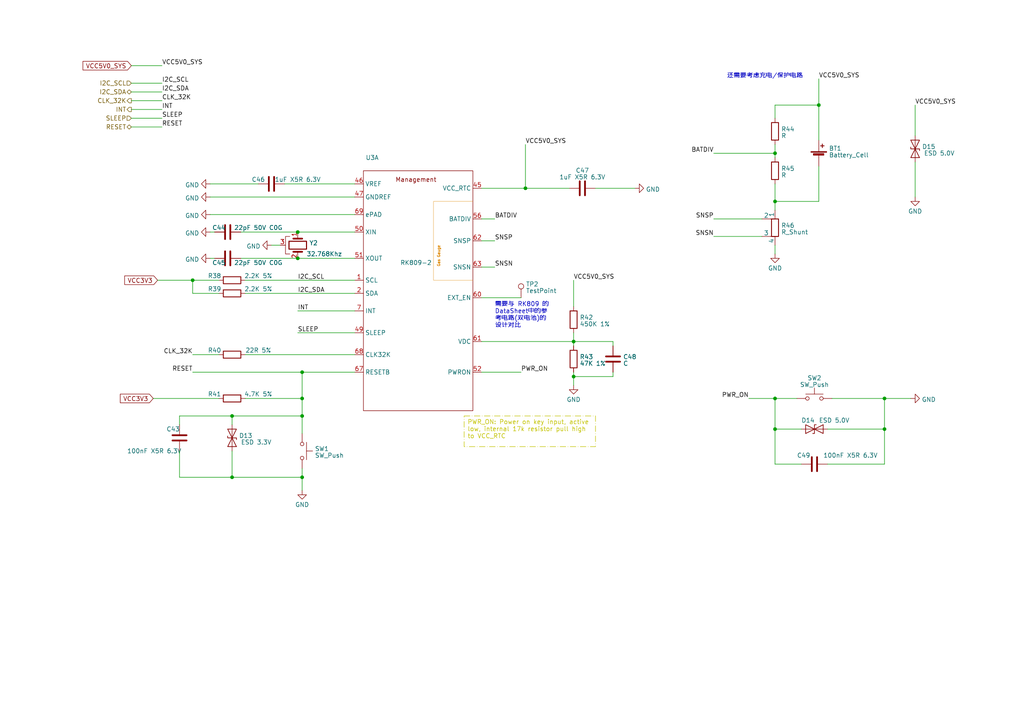
<source format=kicad_sch>
(kicad_sch (version 20230121) (generator eeschema)
  (paper "A4")
  (title_block (title "Leaf RV1126 RK809 Management") (date "2023-02-25") (rev "1") (company "Qingdao IotPi Information Technology"))
  (lib_symbols
    (symbol "CPU_Rockchip:RK809"
      (property "Reference" "U" (at -13.97 29.21 0))
      (property "Value" "RK809" (at 0 1.27 0))
      (symbol "RK809_1_1"
        (rectangle (start -15.24 26.67) (end 16.51 -42.926))
        (polyline (pts (xy 16.51 17.78) (xy 5.08 17.78) (xy 5.08 -5.08) (xy 16.51 -5.08)) (stroke (width 0.0508) (color 221 133 0 1)))
        (text "Gas Gauge" (at 6.604 2.032 900) (effects (font (size 0.762 0.762))))
        (text "Management" (at 0 24.13 0) (effects (font (size 1.27 1.27))))
        (pin input line (at -17.78 -5.08 0) (length 2.54) (name "SCL") (number "1"))
        (pin bidirectional line (at -17.78 -8.89 0) (length 2.54) (name "SDA") (number "2"))
        (pin power_in line (at 19.05 21.59 180) (length 2.54) (name "VCC_RTC") (number "45"))
        (pin power_in line (at -17.78 22.86 0) (length 2.54) (name "VREF") (number "46"))
        (pin power_in line (at -17.78 19.05 0) (length 2.54) (name "GNDREF") (number "47"))
        (pin input line (at -17.78 -20.32 0) (length 2.54) (name "SLEEP") (number "49"))
        (pin input line (at -17.78 8.89 0) (length 2.54) (name "XIN") (number "50"))
        (pin output line (at -17.78 1.27 0) (length 2.54) (name "XOUT") (number "51"))
        (pin input line (at 19.05 -31.75 180) (length 2.54) (name "PWRON") (number "52"))
        (pin input line (at 19.05 12.7 180) (length 2.54) (name "BATDIV") (number "56"))
        (pin input line (at 19.05 -10.16 180) (length 2.54) (name "EXT_EN") (number "60"))
        (pin input line (at 19.05 -22.86 180) (length 2.54) (name "VDC") (number "61"))
        (pin input line (at 19.05 6.35 180) (length 2.54) (name "SNSP") (number "62"))
        (pin input line (at 19.05 -1.27 180) (length 2.54) (name "SNSN") (number "63"))
        (pin bidirectional line (at -17.78 -31.75 0) (length 2.54) (name "RESETB") (number "67"))
        (pin output line (at -17.78 -26.67 0) (length 2.54) (name "CLK32K") (number "68"))
        (pin power_in line (at -17.78 13.97 0) (length 2.54) (name "ePAD") (number "69"))
        (pin output line (at -17.78 -13.97 0) (length 2.54) (name "INT") (number "7"))
      )
      (symbol "RK809_2_1"
        (rectangle (start -10.16 33.02) (end 20.32 -48.895))
        (polyline (pts (xy 5.08 -45.72) (xy -3.81 -45.72)) (stroke (width 0.0508) (color 221 133 0 1)))
        (polyline (pts (xy 5.08 -29.845) (xy -3.175 -29.845)) (stroke (width 0.0508) (color 221 133 0 1)))
        (polyline (pts (xy 6.35 -12.7) (xy -3.81 -12.7)) (stroke (width 0.0508) (color 221 133 0 1)))
        (polyline (pts (xy 6.35 7.62) (xy -3.81 7.62)) (stroke (width 0.0508) (color 221 133 0 1)))
        (polyline (pts (xy 6.35 25.4) (xy -3.81 25.4)) (stroke (width 0.0508) (color 221 133 0 1)))
        (polyline (pts (xy 5.08 -36.83) (xy 1.27 -36.83) (xy 1.27 -45.72)) (stroke (width 0.0508) (color 221 133 0 1)))
        (polyline (pts (xy 6.35 -24.13) (xy 1.27 -24.13) (xy 1.27 -19.05)) (stroke (width 0.0508) (color 221 133 0 1)))
        (polyline (pts (xy 6.35 -19.05) (xy 1.27 -19.05) (xy 1.27 -12.7)) (stroke (width 0.0508) (color 221 133 0 1)))
        (polyline (pts (xy 6.35 -3.81) (xy 1.27 -3.81) (xy 1.27 1.27)) (stroke (width 0.0508) (color 221 133 0 1)))
        (polyline (pts (xy 6.35 1.27) (xy 1.27 1.27) (xy 1.27 7.62)) (stroke (width 0.0508) (color 221 133 0 1)))
        (polyline (pts (xy 6.35 15.24) (xy 1.27 15.24) (xy 1.27 20.32)) (stroke (width 0.0508) (color 221 133 0 1)))
        (polyline (pts (xy 6.35 20.32) (xy 1.27 20.32) (xy 1.27 25.4)) (stroke (width 0.0508) (color 221 133 0 1)))
        (rectangle (start 5.08 -40.64) (end 20.32 -48.514) (stroke (width 0.0508) (color 221 133 0 1)))
        (rectangle (start 5.08 -34.29) (end 20.32 -38.1) (stroke (width 0.0508) (color 221 133 0 1)))
        (rectangle (start 5.08 -27.94) (end 20.955 -31.75) (stroke (width 0.0508) (color 221 133 0 1)))
        (rectangle (start 6.35 -21.59) (end 20.32 -25.4) (stroke (width 0.0508) (color 221 133 0 1)))
        (rectangle (start 6.35 -16.51) (end 20.32 -20.32) (stroke (width 0.0508) (color 221 133 0 1)))
        (rectangle (start 6.35 -10.16) (end 20.32 -13.97) (stroke (width 0.0508) (color 221 133 0 1)))
        (rectangle (start 6.35 -2.54) (end 20.32 -6.35) (stroke (width 0.0508) (color 221 133 0 1)))
        (rectangle (start 6.35 3.81) (end 20.32 0) (stroke (width 0.0508) (color 221 133 0 1)))
        (rectangle (start 6.35 10.16) (end 20.32 6.35) (stroke (width 0.0508) (color 221 133 0 1)))
        (rectangle (start 6.35 17.78) (end 20.447 13.97) (stroke (width 0.0508) (color 221 133 0 1)))
        (rectangle (start 6.35 22.86) (end 20.447 19.05) (stroke (width 0.0508) (color 221 133 0 1)))
        (rectangle (start 6.35 27.94) (end 20.447 24.13) (stroke (width 0.0508) (color 221 133 0 1)))
        (text "100mA" (at 11.43 15.24 0) (effects (font (size 1.27 1.27))))
        (text "2.1A" (at 8.89 -36.83 0) (effects (font (size 1.27 1.27))))
        (text "2.1A" (at 8.89 -30.48 0) (effects (font (size 1.27 1.27))))
        (text "400mA" (at 11.43 -24.13 0) (effects (font (size 1.27 1.27))))
        (text "400mA" (at 11.43 -19.05 0) (effects (font (size 1.27 1.27))))
        (text "400mA" (at 11.43 -12.7 0) (effects (font (size 1.27 1.27))))
        (text "400mA" (at 11.43 -5.08 0) (effects (font (size 1.27 1.27))))
        (text "400mA" (at 11.43 1.27 0) (effects (font (size 1.27 1.27))))
        (text "400mA" (at 11.43 7.62 0) (effects (font (size 1.27 1.27))))
        (text "400mA" (at 11.43 20.32 0) (effects (font (size 1.27 1.27))))
        (text "400mA" (at 11.43 25.4 0) (effects (font (size 1.27 1.27))))
        (text "400mA LDO: \n400mA@V_{in} > 3V\n200mA@V_{in} > 2V" (at -3.175 29.845 0) (effects (font (size 0.762 0.762))))
        (text "BUCK5\n1.5V-3.6V\n2.5A" (at 5.842 -43.434 0) (effects (font (size 0.762 0.762)) (justify left)))
        (text "Codec V_{ddio}" (at 13.97 8.89 0) (effects (font (size 0.762 0.762))))
        (text "LDO" (at 6.096 30.48 0) (effects (font (size 1.27 1.27))))
        (text "Low noise" (at 13.97 16.51 0) (effects (font (size 0.762 0.762))))
        (text "VCC8/9\n2.7V-5.5V" (at -7.874 -35.814 0) (effects (font (size 0.762 0.762)) (justify left)))
        (pin power_out line (at 22.86 15.24 180) (length 2.54) (name "LDO3") (number "20"))
        (pin power_out line (at 22.86 20.32 180) (length 2.54) (name "LDO2") (number "21"))
        (pin power_in line (at -12.7 25.4 0) (length 2.54) (name "VCC5") (number "22"))
        (pin power_out line (at 22.86 25.4 180) (length 2.54) (name "LDO1") (number "23"))
        (pin power_out line (at 22.86 7.62 180) (length 2.54) (name "LDO4") (number "28"))
        (pin power_out line (at 22.86 1.27 180) (length 2.54) (name "LDO5") (number "29"))
        (pin power_out line (at 22.86 -12.7 180) (length 2.54) (name "LDO7") (number "3"))
        (pin power_in line (at -12.7 7.62 0) (length 2.54) (name "VCC6") (number "30"))
        (pin power_out line (at 22.86 -5.08 180) (length 2.54) (name "LDO6") (number "31"))
        (pin power_in line (at -12.7 -12.7 0) (length 2.54) (name "VCC7") (number "4"))
        (pin power_out line (at 22.86 -19.05 180) (length 2.54) (name "LDO8") (number "5"))
        (pin output line (at 22.86 -43.18 180) (length 2.54) (name "SW5") (number "53"))
        (pin power_in line (at -12.7 -45.72 0) (length 2.54) (name "VCC9") (number "54"))
        (pin output line (at 22.86 -36.83 180) (length 2.54) (name "SWOUT1") (number "55"))
        (pin power_in line (at -12.7 -30.48 0) (length 2.54) (name "VCC8") (number "57"))
        (pin output line (at 23.495 -30.48 180) (length 2.54) (name "SWOUT2") (number "58"))
        (pin input line (at 22.86 -46.99 180) (length 2.54) (name "FB5") (number "59"))
        (pin power_out line (at 22.86 -24.13 180) (length 2.54) (name "LDO9") (number "6"))
      )
      (symbol "RK809_3_1"
        (rectangle (start -14.224 10.16) (end 15.494 -14.732))
        (polyline (pts (xy -14.224 -1.524) (xy 15.748 -1.524)) (stroke (width 0.0508) (color 221 133 0 1)))
        (polyline (pts (xy 0 10.16) (xy 0 -14.732)) (stroke (width 0.0508) (color 221 133 0 1)))
        (text "BUCK1\n2.5A\n0.5-2.4V" (at -6.35 4.318 0) (effects (font (size 0.762 0.762)) (justify left)))
        (text "BUCK2\n2.5A\n0.5-2.4V" (at -6.096 -7.874 0) (effects (font (size 0.762 0.762)) (justify left)))
        (text "BUCK3\n1.5A\n0.5-2.4V\nFB3=0.8V" (at 1.524 -8.382 0) (effects (font (size 0.762 0.762)) (justify left)))
        (text "BUCK4\n1.5A\n0.5-3.4V" (at 1.524 4.572 0) (effects (font (size 0.762 0.762)) (justify left)))
        (text "DCDC" (at 0 8.636 0) (effects (font (size 1.27 1.27))))
        (pin power_in line (at -16.764 -4.318 0) (length 2.54) (name "VCC2") (number "10"))
        (pin power_in line (at -16.764 6.35 0) (length 2.54) (name "VCC1") (number "11"))
        (pin output line (at -16.764 3.81 0) (length 2.54) (name "SW1") (number "12"))
        (pin input line (at -16.764 1.27 0) (length 2.54) (name "FB1") (number "13"))
        (pin power_in line (at 18.034 -4.318 180) (length 2.54) (name "VCC3") (number "24"))
        (pin output line (at 18.034 -6.858 180) (length 2.54) (name "SW3") (number "25"))
        (pin output line (at 18.034 -9.398 180) (length 2.54) (name "VBUCK3") (number "26"))
        (pin input line (at 18.034 -11.938 180) (length 2.54) (name "FB3") (number "27"))
        (pin input line (at 18.034 1.27 180) (length 2.54) (name "FB4") (number "64"))
        (pin output line (at 18.034 3.81 180) (length 2.54) (name "SW4") (number "65"))
        (pin power_in line (at 18.034 6.35 180) (length 2.54) (name "VCC4") (number "66"))
        (pin input line (at -16.764 -9.398 0) (length 2.54) (name "FB2") (number "8"))
        (pin output line (at -16.764 -6.858 0) (length 2.54) (name "SW2") (number "9"))
      )
      (symbol "RK809_4_1"
        (rectangle (start -18.288 28.702) (end 19.812 -28.194))
        (polyline (pts (xy 2.032 5.08) (xy 2.032 -12.192) (xy 6.858 -12.192)) (stroke (width 0.0508) (color 221 133 0 1)))
        (polyline (pts (xy -18.288 -5.842) (xy -3.556 -5.842) (xy -3.556 -26.162) (xy -18.288 -26.162)) (stroke (width 0.0508) (color 221 133 0 1)))
        (polyline (pts (xy -18.288 3.048) (xy -3.556 3.048) (xy -3.556 -3.302) (xy -18.288 -3.302)) (stroke (width 0.0508) (color 221 133 0 1)))
        (polyline (pts (xy -18.288 27.432) (xy -3.556 27.432) (xy -3.556 5.588) (xy -18.288 5.588)) (stroke (width 0) (color 255 153 0 1)))
        (polyline (pts (xy -3.556 0) (xy -0.508 0) (xy -0.508 -15.748) (xy -3.556 -15.748)) (stroke (width 0.0508) (color 221 133 0 1)))
        (polyline (pts (xy 19.558 -6.858) (xy 6.858 -6.858) (xy 6.858 -17.78) (xy 19.558 -17.78)) (stroke (width 0.0508) (color 221 133 0 1)))
        (polyline (pts (xy 19.812 10.922) (xy 7.112 10.922) (xy 7.112 0) (xy 19.812 0)) (stroke (width 0.0508) (color 221 133 0 1)))
        (polyline (pts (xy 19.812 27.432) (xy 7.112 27.432) (xy 7.112 13.208) (xy 19.812 13.208)) (stroke (width 0.0508) (color 221 133 0 1)))
        (polyline (pts (xy 7.112 20.828) (xy 2.032 20.828) (xy 2.032 5.08) (xy 7.112 5.08) (xy 6.858 5.08)) (stroke (width 0.0508) (color 221 133 0 1)))
        (text "CODEC" (at 1.27 25.654 0) (effects (font (size 1.27 1.27))))
        (text "LDO4 Powered" (at -5.334 -13.462 900) (effects (font (size 0.762 0.762))))
        (pin input line (at -20.828 -14.478 0) (length 2.54) (name "LRCLK") (number "14"))
        (pin input line (at -20.828 -11.684 0) (length 2.54) (name "BCLK") (number "15"))
        (pin input line (at -20.828 -8.89 0) (length 2.54) (name "MCLK") (number "16"))
        (pin input line (at -20.828 -17.272 0) (length 2.54) (name "SDI") (number "17"))
        (pin output line (at -20.828 -20.066 0) (length 2.54) (name "SDO/PDMDATA") (number "18"))
        (pin input line (at -20.828 -23.114 0) (length 2.54) (name "PDMCLK") (number "19"))
        (pin output line (at 22.352 2.54 180) (length 2.54) (name "SPKP_OUT") (number "32"))
        (pin power_in line (at -20.828 24.638 0) (length 2.54) (name "VCC_SKP_HP") (number "33"))
        (pin output line (at 22.352 7.62 180) (length 2.54) (name "SPKN_OUT") (number "34"))
        (pin power_in line (at -20.828 7.62 0) (length 2.54) (name "VCC_CPVSS") (number "35"))
        (pin output line (at -20.828 19.812 0) (length 2.54) (name "CPN") (number "36"))
        (pin output line (at -20.828 16.002 0) (length 2.54) (name "CPP") (number "37"))
        (pin power_in line (at -20.828 10.922 0) (length 2.54) (name "VCC_CPVDD") (number "38"))
        (pin output line (at 22.352 15.748 180) (length 2.54) (name "HPL_OUT") (number "39"))
        (pin power_in line (at 22.352 20.574 180) (length 2.54) (name "HP_SNS") (number "40"))
        (pin output line (at 22.352 24.892 180) (length 2.54) (name "HPR_OUT") (number "41"))
        (pin input line (at 22.352 -13.716 180) (length 2.54) (name "MICIN") (number "42"))
        (pin input line (at 22.352 -11.176 180) (length 2.54) (name "MICIP") (number "43"))
        (pin power_in line (at -20.828 -1.778 0) (length 2.54) (name "VCC_1P8A") (number "44"))
        (pin power_in line (at -20.828 1.524 0) (length 2.54) (name "VCC_1P8D") (number "48"))
      )
    )
    (symbol "Connector:TestPoint" (pin_numbers hide) (pin_names (offset 0.762) hide)
      (property "Reference" "TP" (at 0 6.858 0))
      (property "Value" "TestPoint" (at 0 5.08 0))
      (symbol "TestPoint_0_1"
        (circle (center 0 3.302) (radius 0.762))
      )
      (symbol "TestPoint_1_1"
        (pin passive line (at 0 0 90) (length 2.54) (name "1") (number "1"))
      )
    )
    (symbol "Device:Battery_Cell" (pin_numbers hide) (pin_names (offset 0) hide)
      (property "Reference" "BT" (at 2.54 2.54 0))
      (property "Value" "Battery_Cell" (at 2.54 0 0))
      (symbol "Battery_Cell_0_1"
        (rectangle (start -2.286 1.778) (end 2.286 1.524) (fill (type outline)))
        (rectangle (start -1.5748 1.1938) (end 1.4732 0.6858) (fill (type outline)))
        (polyline (pts (xy 0 0.762) (xy 0 0)))
        (polyline (pts (xy 0 1.778) (xy 0 2.54)))
        (polyline (pts (xy 0.508 3.429) (xy 1.524 3.429)) (stroke (width 0.254)))
        (polyline (pts (xy 1.016 3.937) (xy 1.016 2.921)) (stroke (width 0.254)))
      )
      (symbol "Battery_Cell_1_1"
        (pin passive line (at 0 5.08 270) (length 2.54) (name "+") (number "1"))
        (pin passive line (at 0 -2.54 90) (length 2.54) (name "-") (number "2"))
      )
    )
    (symbol "Device:C" (pin_numbers hide) (pin_names (offset 0.254))
      (property "Reference" "C" (at 0.635 2.54 0))
      (property "Value" "C" (at 0.635 -2.54 0))
      (symbol "C_0_1"
        (polyline (pts (xy -2.032 -0.762) (xy 2.032 -0.762)) (stroke (width 0.508)))
        (polyline (pts (xy -2.032 0.762) (xy 2.032 0.762)) (stroke (width 0.508)))
      )
      (symbol "C_1_1"
        (pin passive line (at 0 3.81 270) (length 2.794) (name "~") (number "1"))
        (pin passive line (at 0 -3.81 90) (length 2.794) (name "~") (number "2"))
      )
    )
    (symbol "Device:Crystal_GND3" (pin_names (offset 1.016) hide)
      (property "Reference" "Y" (at 0 5.715 0))
      (property "Value" "Crystal_GND3" (at 0 3.81 0))
      (symbol "Crystal_GND3_0_1"
        (rectangle (start -1.143 2.54) (end 1.143 -2.54) (stroke (width 0.3048)))
        (polyline (pts (xy -2.54 0) (xy -1.905 0)))
        (polyline (pts (xy -1.905 -1.27) (xy -1.905 1.27)) (stroke (width 0.508)))
        (polyline (pts (xy 0 -3.81) (xy 0 -3.556)))
        (polyline (pts (xy 1.905 0) (xy 2.54 0)))
        (polyline (pts (xy 1.905 1.27) (xy 1.905 -1.27)) (stroke (width 0.508)))
        (polyline (pts (xy -2.54 -2.286) (xy -2.54 -3.556) (xy 2.54 -3.556) (xy 2.54 -2.286)))
      )
      (symbol "Crystal_GND3_1_1"
        (pin passive line (at -3.81 0 0) (length 1.27) (name "1") (number "1"))
        (pin passive line (at 3.81 0 180) (length 1.27) (name "2") (number "2"))
        (pin passive line (at 0 -5.08 90) (length 1.27) (name "3") (number "3"))
      )
    )
    (symbol "Device:R" (pin_numbers hide) (pin_names (offset 0))
      (property "Reference" "R" (at 2.032 0 90))
      (property "Value" "R" (at 0 0 90))
      (symbol "R_0_1"
        (rectangle (start -1.016 -2.54) (end 1.016 2.54) (stroke (width 0.254)))
      )
      (symbol "R_1_1"
        (pin passive line (at 0 3.81 270) (length 1.27) (name "~") (number "1"))
        (pin passive line (at 0 -3.81 90) (length 1.27) (name "~") (number "2"))
      )
    )
    (symbol "Device:R_Shunt" (pin_numbers hide) (pin_names (offset 0))
      (property "Reference" "R" (at -4.445 0 90))
      (property "Value" "R_Shunt" (at -2.54 0 90))
      (symbol "R_Shunt_0_1"
        (rectangle (start -1.016 -2.54) (end 1.016 2.54) (stroke (width 0.254)))
        (polyline (pts (xy 0 -2.54) (xy 1.27 -2.54)))
        (polyline (pts (xy 1.27 2.54) (xy 0 2.54)))
      )
      (symbol "R_Shunt_1_1"
        (pin passive line (at 0 5.08 270) (length 2.54) (name "1") (number "1"))
        (pin passive line (at 3.81 2.54 180) (length 2.54) (name "2") (number "2"))
        (pin passive line (at 3.81 -2.54 180) (length 2.54) (name "3") (number "3"))
        (pin passive line (at 0 -5.08 90) (length 2.54) (name "4") (number "4"))
      )
    )
    (symbol "Diode:SZESD9B5.0ST5G" (pin_numbers hide) (pin_names (offset 1.016) hide)
      (property "Reference" "D" (at 0 2.54 0))
      (property "Value" "SZESD9B5.0ST5G" (at 0 -2.54 0))
      (symbol "SZESD9B5.0ST5G_0_1"
        (polyline (pts (xy 1.27 0) (xy -1.27 0)))
        (polyline (pts (xy -2.54 -1.27) (xy 0 0) (xy -2.54 1.27) (xy -2.54 -1.27)) (stroke (width 0.2032)))
        (polyline (pts (xy 0.508 1.27) (xy 0 1.27) (xy 0 -1.27) (xy -0.508 -1.27)) (stroke (width 0.2032)))
        (polyline (pts (xy 2.54 1.27) (xy 2.54 -1.27) (xy 0 0) (xy 2.54 1.27)) (stroke (width 0.2032)))
      )
      (symbol "SZESD9B5.0ST5G_1_1"
        (pin passive line (at -3.81 0 0) (length 2.54) (name "A1") (number "1"))
        (pin passive line (at 3.81 0 180) (length 2.54) (name "A2") (number "2"))
      )
    )
    (symbol "Switch:SW_Push" (pin_numbers hide) (pin_names (offset 1.016) hide)
      (property "Reference" "SW" (at 1.27 2.54 0))
      (property "Value" "SW_Push" (at 0 -1.524 0))
      (symbol "SW_Push_0_1"
        (circle (center -2.032 0) (radius 0.508))
        (polyline (pts (xy 0 1.27) (xy 0 3.048)))
        (polyline (pts (xy 2.54 1.27) (xy -2.54 1.27)))
        (circle (center 2.032 0) (radius 0.508))
        (pin passive line (at -5.08 0 0) (length 2.54) (name "1") (number "1"))
        (pin passive line (at 5.08 0 180) (length 2.54) (name "2") (number "2"))
      )
    )
    (symbol "power:GND" (power) (pin_names (offset 0))
      (property "Value" "GND" (at 0 -3.81 0))
      (symbol "GND_0_1"
        (polyline (pts (xy 0 0) (xy 0 -1.27) (xy 1.27 -1.27) (xy 0 -2.54) (xy -1.27 -1.27) (xy 0 -1.27)))
      )
      (symbol "GND_1_1"
        (pin power_in line (at 0 0 270) (length 0) hide (name "GND") (number "1"))
      )
    )
  )
  (junction (at 86.36 67.31))
  (junction (at 256.54 115.57))
  (junction (at 87.63 115.57))
  (junction (at 224.79 44.45))
  (junction (at 166.37 99.06))
  (junction (at 67.31 120.65))
  (junction (at 86.36 74.93))
  (junction (at 152.4 54.61))
  (junction (at 67.31 138.43))
  (junction (at 87.63 107.95))
  (junction (at 224.79 124.46))
  (junction (at 87.63 138.43))
  (junction (at 55.88 81.28))
  (junction (at 237.49 30.48))
  (junction (at 224.79 115.57))
  (junction (at 256.54 124.46))
  (junction (at 166.37 109.22))
  (junction (at 224.79 58.42))
  (junction (at 87.63 120.65))
  (wire (pts (xy 207.01 68.58) (xy 220.98 68.58)))
  (wire (pts (xy 177.8 99.06) (xy 177.8 100.33)))
  (wire (pts (xy 237.49 58.42) (xy 224.79 58.42)))
  (wire (pts (xy 224.79 44.45) (xy 224.79 45.72)))
  (wire (pts (xy 69.85 74.93) (xy 86.36 74.93)))
  (wire (pts (xy 44.45 115.57) (xy 63.5 115.57)))
  (wire (pts (xy 69.85 67.31) (xy 86.36 67.31)))
  (wire (pts (xy 241.3 115.57) (xy 256.54 115.57)))
  (wire (pts (xy 86.36 67.31) (xy 102.87 67.31)))
  (wire (pts (xy 38.1 34.29) (xy 46.99 34.29)))
  (wire (pts (xy 152.4 41.91) (xy 152.4 54.61)))
  (wire (pts (xy 232.41 124.46) (xy 224.79 124.46)))
  (wire (pts (xy 67.31 130.81) (xy 67.31 138.43)))
  (wire (pts (xy 224.79 115.57) (xy 231.14 115.57)))
  (wire (pts (xy 166.37 96.52) (xy 166.37 99.06)))
  (wire (pts (xy 87.63 120.65) (xy 87.63 125.73)))
  (wire (pts (xy 256.54 124.46) (xy 256.54 115.57)))
  (wire (pts (xy 55.88 85.09) (xy 63.5 85.09)))
  (wire (pts (xy 60.96 53.34) (xy 74.93 53.34)))
  (wire (pts (xy 237.49 22.86) (xy 237.49 30.48)))
  (wire (pts (xy 139.7 63.5) (xy 143.51 63.5)))
  (wire (pts (xy 45.72 81.28) (xy 55.88 81.28)))
  (wire (pts (xy 265.43 30.48) (xy 265.43 39.37)))
  (wire (pts (xy 207.01 63.5) (xy 220.98 63.5)))
  (wire (pts (xy 52.07 130.81) (xy 52.07 138.43)))
  (wire (pts (xy 139.7 69.85) (xy 143.51 69.85)))
  (wire (pts (xy 139.7 86.36) (xy 151.13 86.36)))
  (wire (pts (xy 86.36 74.93) (xy 102.87 74.93)))
  (wire (pts (xy 60.96 57.15) (xy 102.87 57.15)))
  (wire (pts (xy 67.31 120.65) (xy 67.31 123.19)))
  (wire (pts (xy 240.03 124.46) (xy 256.54 124.46)))
  (wire (pts (xy 237.49 48.26) (xy 237.49 58.42)))
  (wire (pts (xy 224.79 53.34) (xy 224.79 58.42)))
  (wire (pts (xy 139.7 77.47) (xy 143.51 77.47)))
  (wire (pts (xy 224.79 58.42) (xy 224.79 60.96)))
  (wire (pts (xy 237.49 30.48) (xy 237.49 40.64)))
  (wire (pts (xy 38.1 29.21) (xy 46.99 29.21)))
  (wire (pts (xy 177.8 99.06) (xy 166.37 99.06)))
  (wire (pts (xy 87.63 138.43) (xy 87.63 142.24)))
  (wire (pts (xy 87.63 115.57) (xy 87.63 120.65)))
  (wire (pts (xy 38.1 19.05) (xy 46.99 19.05)))
  (wire (pts (xy 166.37 81.28) (xy 166.37 88.9)))
  (wire (pts (xy 52.07 138.43) (xy 67.31 138.43)))
  (wire (pts (xy 177.8 109.22) (xy 177.8 107.95)))
  (wire (pts (xy 166.37 109.22) (xy 166.37 111.76)))
  (wire (pts (xy 55.88 102.87) (xy 63.5 102.87)))
  (wire (pts (xy 87.63 120.65) (xy 67.31 120.65)))
  (wire (pts (xy 240.03 134.62) (xy 256.54 134.62)))
  (wire (pts (xy 60.96 67.31) (xy 62.23 67.31)))
  (wire (pts (xy 139.7 107.95) (xy 151.13 107.95)))
  (wire (pts (xy 55.88 81.28) (xy 63.5 81.28)))
  (wire (pts (xy 224.79 30.48) (xy 237.49 30.48)))
  (wire (pts (xy 172.72 54.61) (xy 184.15 54.61)))
  (wire (pts (xy 60.96 74.93) (xy 62.23 74.93)))
  (wire (pts (xy 67.31 138.43) (xy 87.63 138.43)))
  (wire (pts (xy 82.55 53.34) (xy 102.87 53.34)))
  (wire (pts (xy 265.43 46.99) (xy 265.43 57.15)))
  (wire (pts (xy 71.12 115.57) (xy 87.63 115.57)))
  (wire (pts (xy 38.1 24.13) (xy 46.99 24.13)))
  (wire (pts (xy 166.37 100.33) (xy 166.37 99.06)))
  (wire (pts (xy 224.79 34.29) (xy 224.79 30.48)))
  (wire (pts (xy 256.54 115.57) (xy 264.16 115.57)))
  (wire (pts (xy 86.36 90.17) (xy 102.87 90.17)))
  (wire (pts (xy 139.7 99.06) (xy 166.37 99.06)))
  (wire (pts (xy 166.37 109.22) (xy 177.8 109.22)))
  (wire (pts (xy 139.7 54.61) (xy 152.4 54.61)))
  (wire (pts (xy 67.31 120.65) (xy 52.07 120.65)))
  (wire (pts (xy 224.79 71.12) (xy 224.79 73.66)))
  (wire (pts (xy 71.12 81.28) (xy 102.87 81.28)))
  (wire (pts (xy 71.12 85.09) (xy 102.87 85.09)))
  (wire (pts (xy 256.54 134.62) (xy 256.54 124.46)))
  (wire (pts (xy 60.96 62.23) (xy 102.87 62.23)))
  (wire (pts (xy 224.79 134.62) (xy 224.79 124.46)))
  (wire (pts (xy 87.63 115.57) (xy 87.63 107.95)))
  (wire (pts (xy 207.01 44.45) (xy 224.79 44.45)))
  (wire (pts (xy 78.74 71.12) (xy 81.28 71.12)))
  (wire (pts (xy 217.17 115.57) (xy 224.79 115.57)))
  (wire (pts (xy 224.79 41.91) (xy 224.79 44.45)))
  (wire (pts (xy 86.36 96.52) (xy 102.87 96.52)))
  (wire (pts (xy 38.1 36.83) (xy 46.99 36.83)))
  (wire (pts (xy 224.79 124.46) (xy 224.79 115.57)))
  (wire (pts (xy 87.63 107.95) (xy 102.87 107.95)))
  (wire (pts (xy 55.88 81.28) (xy 55.88 85.09)))
  (wire (pts (xy 52.07 120.65) (xy 52.07 123.19)))
  (wire (pts (xy 55.88 107.95) (xy 87.63 107.95)))
  (wire (pts (xy 38.1 26.67) (xy 46.99 26.67)))
  (wire (pts (xy 38.1 31.75) (xy 46.99 31.75)))
  (wire (pts (xy 232.41 134.62) (xy 224.79 134.62)))
  (wire (pts (xy 87.63 138.43) (xy 87.63 135.89)))
  (wire (pts (xy 166.37 109.22) (xy 166.37 107.95)))
  (wire (pts (xy 152.4 54.61) (xy 165.1 54.61)))
  (wire (pts (xy 71.12 102.87) (xy 102.87 102.87)))
  (text_box "PWR_ON: Power on key input, active low, internal 17k resistor pull high\nto VCC_RTC" (at 134.62 120.65 0) (size 38.1 8.89) (stroke (width 0) (type dash_dot) (color 194 194 0 1)) (effects (font (size 1.27 1.27)) (justify left top)))
  (text "还需要考虑充电/保护电路" (at 210.82 22.86 0) (effects (font (size 1.27 1.27)) (justify left bottom)))
  (text "需要与 RK809 的\nDataSheet中的参\n考电路(双电池)的\n设计对比" (at 143.51 95.25 0) (effects (font (size 1.27 1.27)) (justify left bottom)))
  (label "PWR_ON" (at 217.17 115.57 180))
  (label "VCC5V0_SYS" (at 46.99 19.05 0))
  (label "BATDIV" (at 143.51 63.5 0))
  (label "SLEEP" (at 46.99 34.29 0))
  (label "SNSP" (at 143.51 69.85 0))
  (label "I2C_SCL" (at 86.36 81.28 0))
  (label "SNSN" (at 143.51 77.47 0))
  (label "RESET" (at 46.99 36.83 0))
  (label "VCC5V0_SYS" (at 237.49 22.86 0))
  (label "RESET" (at 55.88 107.95 180))
  (label "INT" (at 86.36 90.17 0))
  (label "INT" (at 46.99 31.75 0))
  (label "BATDIV" (at 207.01 44.45 180))
  (label "SLEEP" (at 86.36 96.52 0))
  (label "CLK_32K" (at 55.88 102.87 180))
  (label "I2C_SCL" (at 46.99 24.13 0))
  (label "VCC5V0_SYS" (at 152.4 41.91 0))
  (label "I2C_SDA" (at 46.99 26.67 0))
  (label "PWR_ON" (at 151.13 107.95 0))
  (label "VCC5V0_SYS" (at 166.37 81.28 0))
  (label "SNSN" (at 207.01 68.58 180))
  (label "I2C_SDA" (at 86.36 85.09 0))
  (label "SNSP" (at 207.01 63.5 180))
  (label "CLK_32K" (at 46.99 29.21 0))
  (label "VCC5V0_SYS" (at 265.43 30.48 0))
  (global_label "VCC3V3" (shape input) (at 44.45 115.57 180) (property "Intersheetrefs" "${INTERSHEET_REFS}" (effects hide)))
  (global_label "VCC3V3" (shape input) (at 45.72 81.28 180) (property "Intersheetrefs" "${INTERSHEET_REFS}" (effects hide)))
  (global_label "VCC5V0_SYS" (shape input) (at 38.1 19.05 180) (property "Intersheetrefs" "${INTERSHEET_REFS}" (effects hide)))
  (hierarchical_label "I2C_SCL" (shape input) (at 38.1 24.13 180))
  (hierarchical_label "INT" (shape output) (at 38.1 31.75 180))
  (hierarchical_label "CLK_32K" (shape output) (at 38.1 29.21 180))
  (hierarchical_label "I2C_SDA" (shape bidirectional) (at 38.1 26.67 180))
  (hierarchical_label "RESET" (shape bidirectional) (at 38.1 36.83 180))
  (hierarchical_label "SLEEP" (shape input) (at 38.1 34.29 180))
  (symbol (lib_id "Device:R") (at 166.37 92.71 0) (unit 1)
    (property "Reference" "R42" (at 168.148 92.0663 0) (effects (justify left)))
    (property "Value" "450K 1%" (at 168.148 93.9873 0) (effects (justify left)))
    (property "Footprint" "Resistor_SMD:R_0402_1005Metric" (effects hide))
  )
  (symbol (lib_id "power:GND") (at 224.79 73.66 0) (unit 1)
    (property "Reference" "#PWR070" (effects hide))
    (property "Value" "GND" (at 224.79 77.7955 0))
  )
  (symbol (lib_id "Device:C") (at 66.04 74.93 90) (unit 1)
    (property "Reference" "C45" (at 63.5 76.2 90))
    (property "Value" "22pF 50V C0G" (at 74.93 76.2 90))
    (property "Footprint" "Capacitor_SMD:C_0201_0603Metric" (effects hide))
    (property "Description" "容值: 22pF 精度: ±5% 额定电压: 50V 材质(温度系数): C0G 材质:C0G" (effects hide))
    (property "LCSC" "C76924" (effects hide))
    (property "Model" "GRM0335C1H220JA01D" (effects hide))
    (property "Vendor" "muRata(村田)" (effects hide))
  )
  (symbol (lib_id "power:GND") (at 87.63 142.24 0) (unit 1)
    (property "Reference" "#PWR067" (effects hide))
    (property "Value" "GND" (at 87.63 146.3755 0))
  )
  (symbol (lib_id "Device:Battery_Cell") (at 237.49 45.72 0) (unit 1)
    (property "Reference" "BT1" (at 240.411 43.0443 0) (effects (justify left)))
    (property "Value" "Battery_Cell" (at 240.411 44.9653 0) (effects (justify left)))
    (property "Footprint" "TestPoint:TestPoint_2Pads_Pitch5.08mm_Drill1.3mm" (effects hide))
  )
  (symbol (lib_id "power:GND") (at 60.96 67.31 270) (unit 1)
    (property "Reference" "#PWR064" (effects hide))
    (property "Value" "GND" (at 57.7851 67.6268 90) (effects (justify right)))
  )
  (symbol (lib_id "power:GND") (at 265.43 57.15 0) (unit 1)
    (property "Reference" "#PWR072" (effects hide))
    (property "Value" "GND" (at 265.43 61.2855 0))
  )
  (symbol (lib_id "Device:R") (at 224.79 38.1 0) (unit 1)
    (property "Reference" "R44" (at 226.568 37.4563 0) (effects (justify left)))
    (property "Value" "R" (at 226.568 39.3773 0) (effects (justify left)))
  )
  (symbol (lib_id "Device:R_Shunt") (at 224.79 66.04 0) (mirror y) (unit 1)
    (property "Reference" "R46" (at 226.568 65.3963 0) (effects (justify right)))
    (property "Value" "R_Shunt" (at 226.568 67.3173 0) (effects (justify right)))
  )
  (symbol (lib_id "power:GND") (at 78.74 71.12 270) (unit 1)
    (property "Reference" "#PWR066" (effects hide))
    (property "Value" "GND" (at 75.5651 71.4368 90) (effects (justify right)))
  )
  (symbol (lib_id "Device:C") (at 66.04 67.31 90) (unit 1)
    (property "Reference" "C44" (at 63.5 66.04 90))
    (property "Value" "22pF 50V C0G" (at 74.93 66.04 90))
    (property "Footprint" "Capacitor_SMD:C_0201_0603Metric" (effects hide))
    (property "Description" "容值: 22pF 精度: ±5% 额定电压: 50V 材质(温度系数): C0G 材质:C0G" (effects hide))
    (property "LCSC" "C76924" (effects hide))
    (property "Model" "GRM0335C1H220JA01D" (effects hide))
    (property "Vendor" "muRata(村田)" (effects hide))
  )
  (symbol (lib_id "Diode:SZESD9B5.0ST5G") (at 236.22 124.46 180) (unit 1)
    (property "Reference" "D14" (at 232.41 121.92 0) (effects (justify right)))
    (property "Value" "ESD 5.0V" (at 237.49 121.92 0) (effects (justify right)))
    (property "Footprint" "Diode_SMD:Nexperia_DSN0603-2_0.6x0.3mm_P0.4mm" (effects hide))
    (property "Description" "极性: 双向 反向截止电压(Vrwm): 5V 击穿电压(VBR): 6V 峰值脉冲电流(Ipp)@8/20us: 4A 钳位电压(Vc)@Ipp: 20V" (effects hide))
    (property "LCSC" "C172403" (effects hide))
    (property "Model" "LESD11LL5.0CT5G" (effects hide))
    (property "Vendor" "LRC(乐山无线电)" (effects hide))
  )
  (symbol (lib_id "Switch:SW_Push") (at 87.63 130.81 270) (unit 1)
    (property "Reference" "SW1" (at 91.313 130.1663 90) (effects (justify left)))
    (property "Value" "SW_Push" (at 91.313 132.0873 90) (effects (justify left)))
  )
  (symbol (lib_id "Device:R") (at 67.31 81.28 90) (unit 1)
    (property "Reference" "R38" (at 62.23 80.01 90))
    (property "Value" "2.2K 5%" (at 74.93 80.01 90))
    (property "Footprint" "Resistor_SMD:R_0402_1005Metric" (effects hide))
  )
  (symbol (lib_id "CPU_Rockchip:RK809") (at 120.65 76.2 0) (unit 1)
    (property "Reference" "U3" (at 107.95 45.72 0))
    (property "Value" "RK809-2" (at 120.65 76.2 0))
    (property "Footprint" "Package_DFN_QFN:QFN-68-1EP_8x8mm_P0.4mm_EP6.4x6.4mm_ThermalVias" (effects hide))
    (instances (project "leaf" (path "" (reference "U3") (unit 1)) (path "" (reference "U5") (unit 1))))
  )
  (symbol (lib_id "Device:R") (at 224.79 49.53 0) (unit 1)
    (property "Reference" "R45" (at 226.568 48.8863 0) (effects (justify left)))
    (property "Value" "R" (at 226.568 50.8073 0) (effects (justify left)))
  )
  (symbol (lib_id "Device:Crystal_GND3") (at 86.36 71.12 270) (unit 1)
    (property "Reference" "Y2" (at 89.6874 70.4763 90) (effects (justify left)))
    (property "Value" "32.768Khz" (at 88.9 73.66 90) (effects (justify left)))
  )
  (symbol (lib_id "power:GND") (at 60.96 53.34 270) (unit 1)
    (property "Reference" "#PWR061" (effects hide))
    (property "Value" "GND" (at 57.7851 53.6568 90) (effects (justify right)))
  )
  (symbol (lib_id "Diode:SZESD9B5.0ST5G") (at 265.43 43.18 90) (unit 1)
    (property "Reference" "D15" (at 267.4366 42.5363 90) (effects (justify right)))
    (property "Value" "ESD 5.0V" (at 267.97 44.45 90) (effects (justify right)))
    (property "Footprint" "Diode_SMD:Nexperia_DSN0603-2_0.6x0.3mm_P0.4mm" (effects hide))
    (property "Description" "极性: 双向 反向截止电压(Vrwm): 5V 击穿电压(VBR): 6V 峰值脉冲电流(Ipp)@8/20us: 4A 钳位电压(Vc)@Ipp: 20V" (effects hide))
    (property "LCSC" "C172403" (effects hide))
    (property "Model" "LESD11LL5.0CT5G" (effects hide))
    (property "Vendor" "LRC(乐山无线电)" (effects hide))
  )
  (symbol (lib_id "Diode:SZESD9B5.0ST5G") (at 67.31 127 90) (unit 1)
    (property "Reference" "D13" (at 69.3166 126.3563 90) (effects (justify right)))
    (property "Value" "ESD 3.3V" (at 69.85 128.27 90) (effects (justify right)))
    (property "Footprint" "Diode_SMD:Nexperia_DSN0603-2_0.6x0.3mm_P0.4mm" (effects hide))
    (property "Description" "极性: 双向 反向截止电压(Vrwm): 3.3V 击穿电压(VBR): 5V 峰值脉冲电流(Ipp)@8/20us: 6A 钳位电压" (effects hide))
    (property "LCSC" "C172400" (effects hide))
    (property "Model" "LESD11D3.3CT5G" (effects hide))
    (property "Vendor" "LRC(乐山无线电)" (effects hide))
  )
  (symbol (lib_id "power:GND") (at 60.96 57.15 270) (unit 1)
    (property "Reference" "#PWR062" (effects hide))
    (property "Value" "GND" (at 57.7851 57.4668 90) (effects (justify right)))
  )
  (symbol (lib_id "Device:R") (at 67.31 115.57 90) (unit 1)
    (property "Reference" "R41" (at 62.23 114.3 90))
    (property "Value" "4.7K 5%" (at 74.93 114.3 90))
    (property "Footprint" "Resistor_SMD:R_0402_1005Metric" (effects hide))
  )
  (symbol (lib_id "power:GND") (at 60.96 62.23 270) (unit 1)
    (property "Reference" "#PWR063" (effects hide))
    (property "Value" "GND" (at 57.7851 62.5468 90) (effects (justify right)))
  )
  (symbol (lib_id "Connector:TestPoint") (at 151.13 86.36 0) (unit 1)
    (property "Reference" "TP2" (at 152.527 82.4143 0) (effects (justify left)))
    (property "Value" "TestPoint" (at 152.527 84.3353 0) (effects (justify left)))
  )
  (symbol (lib_id "Switch:SW_Push") (at 236.22 115.57 0) (unit 1)
    (property "Reference" "SW2" (at 236.22 109.6391 0))
    (property "Value" "SW_Push" (at 236.22 111.5601 0))
  )
  (symbol (lib_id "power:GND") (at 60.96 74.93 270) (unit 1)
    (property "Reference" "#PWR065" (effects hide))
    (property "Value" "GND" (at 57.7851 75.2468 90) (effects (justify right)))
  )
  (symbol (lib_id "Device:C") (at 52.07 127 0) (unit 1)
    (property "Reference" "C43" (at 48.26 124.46 0) (effects (justify left)))
    (property "Value" "100nF X5R 6.3V" (at 36.83 130.81 0) (effects (justify left)))
    (property "Footprint" "Capacitor_SMD:C_0201_0603Metric" (effects hide))
    (property "Description" "容值: 100nF 精度: ±10% 额定电压: 6.3V 材质(温度系数): X5R 材质:X5R" (effects hide))
    (property "Model" "GRM033R60J104KE19D" (effects hide))
    (property "Vendor" "muRata(村田)" (effects hide))
    (property "LCSC" "C76928" (effects hide))
  )
  (symbol (lib_id "power:GND") (at 166.37 111.76 0) (unit 1)
    (property "Reference" "#PWR068" (effects hide))
    (property "Value" "GND" (at 166.37 115.8955 0))
  )
  (symbol (lib_id "Device:R") (at 67.31 85.09 90) (unit 1)
    (property "Reference" "R39" (at 62.23 83.82 90))
    (property "Value" "2.2K 5%" (at 74.93 83.82 90))
    (property "Footprint" "Resistor_SMD:R_0402_1005Metric" (effects hide))
  )
  (symbol (lib_id "Device:C") (at 168.91 54.61 90) (unit 1)
    (property "Reference" "C47" (at 168.91 49.4411 90))
    (property "Value" "1uF X5R 6.3V" (at 168.91 51.3621 90))
    (property "Footprint" "Capacitor_SMD:C_0402_1005Metric" (effects hide))
    (property "Description" "容值: 1uF 精度: ±10% 额定电压: 6.3V 材质(温度系数): X5R 材质:X5R" (effects hide))
    (property "LCSC" "C15684" (effects hide))
    (property "Model" "GRM155R60J105KE19D" (effects hide))
    (property "Vendor" "muRata(村田)" (effects hide))
  )
  (symbol (lib_id "power:GND") (at 184.15 54.61 90) (unit 1)
    (property "Reference" "#PWR069" (effects hide))
    (property "Value" "GND" (at 187.325 54.9268 90) (effects (justify right)))
  )
  (symbol (lib_id "Device:C") (at 177.8 104.14 0) (unit 1)
    (property "Reference" "C48" (at 180.721 103.4963 0) (effects (justify left)))
    (property "Value" "C" (at 180.721 105.4173 0) (effects (justify left)))
    (property "Footprint" "Capacitor_SMD:C_0603_1608Metric" (effects hide))
  )
  (symbol (lib_id "power:GND") (at 264.16 115.57 90) (unit 1)
    (property "Reference" "#PWR071" (effects hide))
    (property "Value" "GND" (at 267.335 115.8868 90) (effects (justify right)))
  )
  (symbol (lib_id "Device:C") (at 236.22 134.62 90) (unit 1)
    (property "Reference" "C49" (at 231.14 132.08 90) (effects (justify right)))
    (property "Value" "100nF X5R 6.3V" (at 238.76 132.08 90) (effects (justify right)))
    (property "Footprint" "Capacitor_SMD:C_0201_0603Metric" (effects hide))
    (property "Description" "容值: 100nF 精度: ±10% 额定电压: 6.3V 材质(温度系数): X5R 材质:X5R" (effects hide))
    (property "Model" "GRM033R60J104KE19D" (effects hide))
    (property "Vendor" "muRata(村田)" (effects hide))
    (property "LCSC" "C76928" (effects hide))
  )
  (symbol (lib_id "Device:R") (at 67.31 102.87 90) (unit 1)
    (property "Reference" "R40" (at 62.23 101.6 90))
    (property "Value" "22R 5%" (at 74.93 101.6 90))
    (property "Footprint" "Resistor_SMD:R_0402_1005Metric" (effects hide))
  )
  (symbol (lib_id "Device:C") (at 78.74 53.34 90) (unit 1)
    (property "Reference" "C46" (at 74.93 52.07 90))
    (property "Value" "1uF X5R 6.3V" (at 86.36 52.07 90))
    (property "Footprint" "Capacitor_SMD:C_0402_1005Metric" (effects hide))
    (property "Description" "容值: 1uF 精度: ±10% 额定电压: 6.3V 材质(温度系数): X5R 材质:X5R" (effects hide))
    (property "LCSC" "C15684" (effects hide))
    (property "Model" "GRM155R60J105KE19D" (effects hide))
    (property "Vendor" "muRata(村田)" (effects hide))
  )
  (symbol (lib_id "Device:R") (at 166.37 104.14 0) (unit 1)
    (property "Reference" "R43" (at 168.148 103.4963 0) (effects (justify left)))
    (property "Value" "47K 1%" (at 168.148 105.4173 0) (effects (justify left)))
    (property "Footprint" "Resistor_SMD:R_0402_1005Metric" (effects hide))
  )
)
</source>
